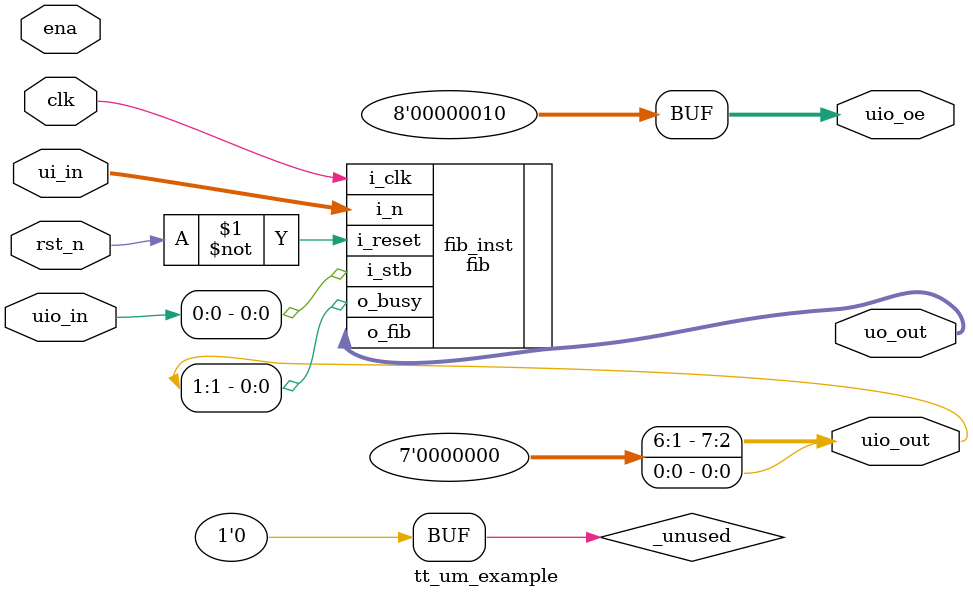
<source format=v>
/*
 * Copyright (c) 2024 Sam Ellicott
 * SPDX-License-Identifier: Apache-2.0
 */

`default_nettype none

module tt_um_example (
    input  wire [7:0] ui_in,    // Dedicated inputs
    output wire [7:0] uo_out,   // Dedicated outputs
    input  wire [7:0] uio_in,   // IOs: Input path
    output wire [7:0] uio_out,  // IOs: Output path
    output wire [7:0] uio_oe,   // IOs: Enable path (active high: 0=input, 1=output)
    input  wire       ena,      // always 1 when the design is powered, so you can ignore it
    input  wire       clk,      // clock
    input  wire       rst_n     // reset_n - low to reset
);

    fib #(
        .WIDTH(8)
    ) fib_inst (
        // global control signals
        .i_reset (~rst_n),
        .i_clk   (clk),

        // control signals
        .i_stb  (uio_in [0]),
        .o_busy (uio_out[1]),

        // module inputs/outputs
        .i_n   (ui_in [7:0]),
        .o_fib (uo_out[7:0])
    );

    // All output pins must be assigned. If not used, assign to 0.
    assign uio_oe [7:0] = 8'h2;
    assign uio_out[7:2] = 6'h0;
    assign uio_out[0]   = 1'h0;
    wire _unused = &{ena,clk,rst_n,uio_out,uio_in,uio_oe};

endmodule

</source>
